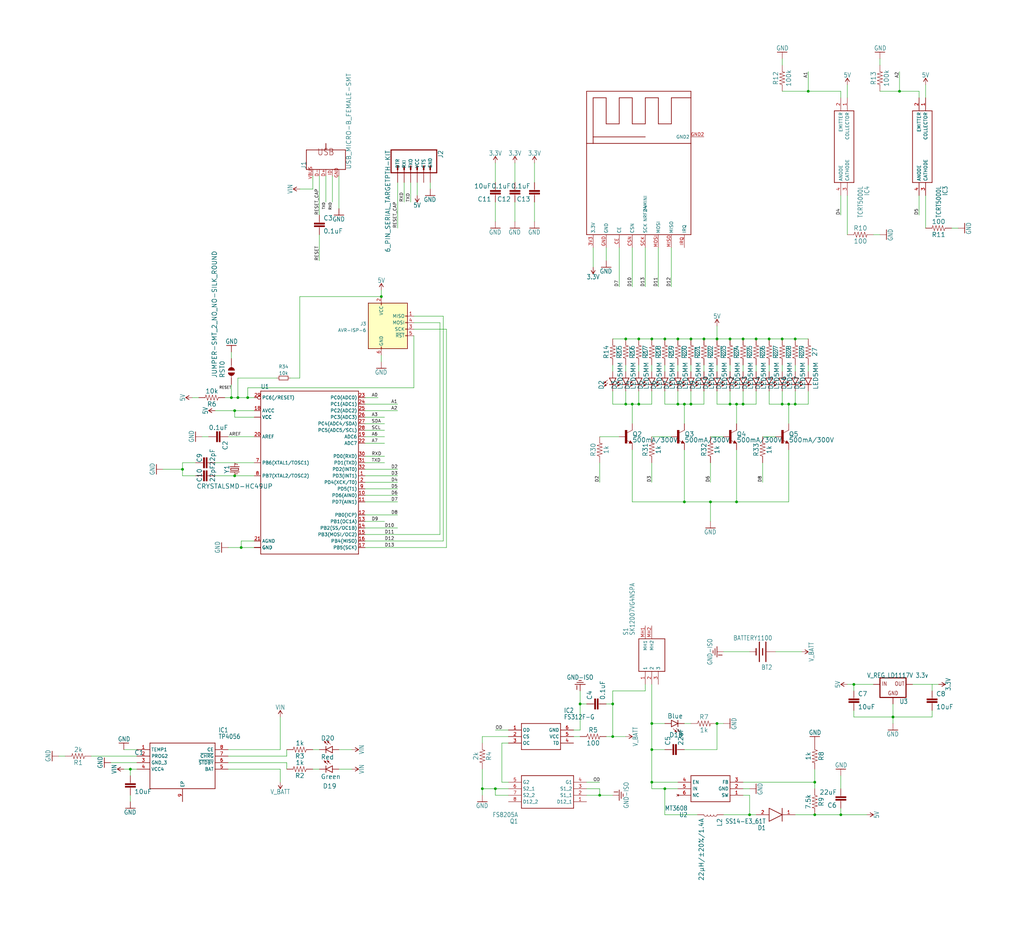
<source format=kicad_sch>
(kicad_sch (version 20211123) (generator eeschema)
  (paper "User" 399.059 363.677)
  (junction (at 279.4 132.08))
  (junction (at 233.68 309.88))
  (junction (at 350.52 35.56))
  (junction (at 269.24 157.48))
  (junction (at 266.7 157.48))
  (junction (at 264.16 157.48))
  (junction (at 254 292.1))
  (junction (at 274.32 132.08))
  (junction (at 187.96 307.34))
  (junction (at 304.8 157.48))
  (junction (at 246.38 157.48))
  (junction (at 309.88 132.08))
  (junction (at 284.48 132.08))
  (junction (at 193.04 307.34))
  (junction (at 254 304.8))
  (junction (at 238.76 287.02))
  (junction (at 304.8 132.08))
  (junction (at 309.88 157.48))
  (junction (at 314.96 35.56))
  (junction (at 238.76 274.32))
  (junction (at 294.64 132.08))
  (junction (at 91.44 185.42))
  (junction (at 327.66 317.5))
  (junction (at 248.92 132.08))
  (junction (at 299.72 132.08))
  (junction (at 243.84 132.08))
  (junction (at 266.7 195.58))
  (junction (at 317.5 304.8))
  (junction (at 93.98 213.36))
  (junction (at 264.16 132.08))
  (junction (at 259.08 307.34))
  (junction (at 254 132.08))
  (junction (at 279.4 281.94))
  (junction (at 292.1 317.5))
  (junction (at 287.02 157.48))
  (junction (at 96.52 154.94))
  (junction (at 254 281.94))
  (junction (at 50.8 299.72))
  (junction (at 90.17 154.94))
  (junction (at 71.12 182.88))
  (junction (at 148.59 115.57))
  (junction (at 248.92 157.48))
  (junction (at 332.74 266.7))
  (junction (at 226.06 274.32))
  (junction (at 284.48 157.48))
  (junction (at 276.86 195.58))
  (junction (at 289.56 157.48))
  (junction (at 91.44 160.02))
  (junction (at 317.5 317.5))
  (junction (at 259.08 132.08))
  (junction (at 287.02 195.58))
  (junction (at 307.34 157.48))
  (junction (at 347.98 279.4))
  (junction (at 243.84 157.48))
  (junction (at 289.56 132.08))
  (junction (at 92.71 154.94))
  (junction (at 269.24 132.08))
  (wire (pts (xy 314.96 142.24) (xy 314.96 144.78)))
  (wire (pts (xy 90.17 154.94) (xy 90.17 149.86)))
  (wire (pts (xy 274.32 142.24) (xy 274.32 144.78)))
  (wire (pts (xy 332.74 279.4) (xy 347.98 279.4)))
  (wire (pts (xy 236.22 96.52) (xy 236.22 101.6)))
  (wire (pts (xy 269.24 142.24) (xy 269.24 144.78)))
  (wire (pts (xy 279.4 152.4) (xy 279.4 157.48)))
  (wire (pts (xy 327.66 317.5) (xy 337.82 317.5)))
  (wire (pts (xy 193.04 307.34) (xy 193.04 309.88)))
  (wire (pts (xy 160.02 71.12) (xy 160.02 78.74)))
  (wire (pts (xy 76.2 180.34) (xy 71.12 180.34)))
  (wire (pts (xy 99.06 185.42) (xy 91.44 185.42)))
  (wire (pts (xy 254 142.24) (xy 254 144.78)))
  (wire (pts (xy 50.8 312.42) (xy 50.8 309.88)))
  (wire (pts (xy 116.84 115.57) (xy 116.84 147.32)))
  (wire (pts (xy 53.34 294.64) (xy 35.56 294.64)))
  (wire (pts (xy 254 180.34) (xy 254 187.96)))
  (wire (pts (xy 233.68 170.18) (xy 241.3 170.18)))
  (wire (pts (xy 304.8 132.08) (xy 309.88 132.08)))
  (wire (pts (xy 238.76 142.24) (xy 238.76 144.78)))
  (wire (pts (xy 127 68.58) (xy 127 78.74)))
  (wire (pts (xy 121.92 68.58) (xy 121.92 73.66)))
  (wire (pts (xy 269.24 157.48) (xy 274.32 157.48)))
  (wire (pts (xy 109.22 279.4) (xy 109.22 292.1)))
  (wire (pts (xy 238.76 269.24) (xy 238.76 274.32)))
  (wire (pts (xy 287.02 157.48) (xy 287.02 165.1)))
  (wire (pts (xy 289.56 307.34) (xy 292.1 307.34)))
  (wire (pts (xy 327.66 35.56) (xy 314.96 35.56)))
  (wire (pts (xy 71.12 180.34) (xy 71.12 182.88)))
  (wire (pts (xy 309.88 157.48) (xy 314.96 157.48)))
  (wire (pts (xy 111.76 297.18) (xy 111.76 299.72)))
  (wire (pts (xy 236.22 287.02) (xy 238.76 287.02)))
  (wire (pts (xy 142.24 187.96) (xy 154.94 187.96)))
  (wire (pts (xy 314.96 35.56) (xy 314.96 27.94)))
  (wire (pts (xy 254 304.8) (xy 254 307.34)))
  (wire (pts (xy 259.08 281.94) (xy 254 281.94)))
  (wire (pts (xy 148.59 138.43) (xy 148.59 140.97)))
  (wire (pts (xy 292.1 317.5) (xy 294.64 317.5)))
  (wire (pts (xy 297.18 170.18) (xy 302.26 170.18)))
  (wire (pts (xy 142.24 160.02) (xy 154.94 160.02)))
  (wire (pts (xy 238.76 132.08) (xy 243.84 132.08)))
  (wire (pts (xy 161.29 125.73) (xy 171.45 125.73)))
  (wire (pts (xy 327.66 302.26) (xy 327.66 307.34)))
  (wire (pts (xy 264.16 304.8) (xy 254 304.8)))
  (wire (pts (xy 226.06 274.32) (xy 226.06 284.48)))
  (wire (pts (xy 226.06 274.32) (xy 228.6 274.32)))
  (wire (pts (xy 246.38 96.52) (xy 246.38 111.76)))
  (wire (pts (xy 200.66 71.12) (xy 200.66 63.5)))
  (wire (pts (xy 266.7 157.48) (xy 266.7 165.1)))
  (wire (pts (xy 259.08 132.08) (xy 264.16 132.08)))
  (wire (pts (xy 294.64 144.78) (xy 294.64 142.24)))
  (wire (pts (xy 358.14 76.2) (xy 358.14 83.82)))
  (wire (pts (xy 121.92 299.72) (xy 124.46 299.72)))
  (wire (pts (xy 137.16 292.1) (xy 132.08 292.1)))
  (wire (pts (xy 309.88 132.08) (xy 314.96 132.08)))
  (wire (pts (xy 264.16 132.08) (xy 269.24 132.08)))
  (wire (pts (xy 231.14 96.52) (xy 231.14 104.14)))
  (wire (pts (xy 193.04 309.88) (xy 198.12 309.88)))
  (wire (pts (xy 148.59 115.57) (xy 116.84 115.57)))
  (wire (pts (xy 304.8 22.86) (xy 304.8 25.4)))
  (wire (pts (xy 172.72 123.19) (xy 172.72 210.82)))
  (wire (pts (xy 142.24 210.82) (xy 172.72 210.82)))
  (wire (pts (xy 355.6 266.7) (xy 363.22 266.7)))
  (wire (pts (xy 161.29 128.27) (xy 173.99 128.27)))
  (wire (pts (xy 266.7 175.26) (xy 266.7 195.58)))
  (wire (pts (xy 269.24 157.48) (xy 269.24 152.4)))
  (wire (pts (xy 289.56 132.08) (xy 294.64 132.08)))
  (wire (pts (xy 304.8 142.24) (xy 304.8 144.78)))
  (wire (pts (xy 90.17 137.16) (xy 90.17 139.7)))
  (wire (pts (xy 347.98 274.32) (xy 347.98 279.4)))
  (wire (pts (xy 289.56 152.4) (xy 289.56 157.48)))
  (wire (pts (xy 91.44 160.02) (xy 99.06 160.02)))
  (wire (pts (xy 88.9 213.36) (xy 93.98 213.36)))
  (wire (pts (xy 132.08 68.58) (xy 132.08 81.28)))
  (wire (pts (xy 99.06 210.82) (xy 93.98 210.82)))
  (wire (pts (xy 246.38 157.48) (xy 246.38 165.1)))
  (wire (pts (xy 154.94 182.88) (xy 142.24 182.88)))
  (wire (pts (xy 154.94 195.58) (xy 142.24 195.58)))
  (wire (pts (xy 251.46 96.52) (xy 251.46 111.76)))
  (wire (pts (xy 142.24 208.28) (xy 171.45 208.28)))
  (wire (pts (xy 289.56 157.48) (xy 294.64 157.48)))
  (wire (pts (xy 50.8 302.26) (xy 50.8 299.72)))
  (wire (pts (xy 358.14 35.56) (xy 350.52 35.56)))
  (wire (pts (xy 358.14 38.1) (xy 358.14 35.56)))
  (wire (pts (xy 347.98 279.4) (xy 347.98 281.94)))
  (wire (pts (xy 279.4 281.94) (xy 279.4 292.1)))
  (wire (pts (xy 302.26 254) (xy 312.42 254)))
  (wire (pts (xy 299.72 144.78) (xy 299.72 142.24)))
  (wire (pts (xy 284.48 142.24) (xy 284.48 144.78)))
  (wire (pts (xy 264.16 157.48) (xy 264.16 152.4)))
  (wire (pts (xy 208.28 71.12) (xy 208.28 63.5)))
  (wire (pts (xy 254 292.1) (xy 254 304.8)))
  (wire (pts (xy 332.74 266.7) (xy 330.2 266.7)))
  (wire (pts (xy 124.46 83.82) (xy 124.46 68.58)))
  (wire (pts (xy 200.66 78.74) (xy 200.66 86.36)))
  (wire (pts (xy 327.66 314.96) (xy 327.66 317.5)))
  (wire (pts (xy 243.84 157.48) (xy 246.38 157.48)))
  (wire (pts (xy 287.02 175.26) (xy 287.02 195.58)))
  (wire (pts (xy 340.36 266.7) (xy 332.74 266.7)))
  (wire (pts (xy 248.92 157.48) (xy 254 157.48)))
  (wire (pts (xy 259.08 307.34) (xy 264.16 307.34)))
  (wire (pts (xy 309.88 157.48) (xy 309.88 152.4)))
  (wire (pts (xy 269.24 132.08) (xy 274.32 132.08)))
  (wire (pts (xy 297.18 180.34) (xy 297.18 187.96)))
  (wire (pts (xy 304.8 157.48) (xy 304.8 152.4)))
  (wire (pts (xy 347.98 279.4) (xy 363.22 279.4)))
  (wire (pts (xy 81.28 170.18) (xy 78.74 170.18)))
  (wire (pts (xy 314.96 157.48) (xy 314.96 152.4)))
  (wire (pts (xy 279.4 132.08) (xy 284.48 132.08)))
  (wire (pts (xy 264.16 142.24) (xy 264.16 144.78)))
  (wire (pts (xy 299.72 152.4) (xy 299.72 157.48)))
  (wire (pts (xy 243.84 157.48) (xy 243.84 152.4)))
  (wire (pts (xy 299.72 157.48) (xy 304.8 157.48)))
  (wire (pts (xy 317.5 317.5) (xy 327.66 317.5)))
  (wire (pts (xy 259.08 292.1) (xy 254 292.1)))
  (wire (pts (xy 90.17 154.94) (xy 92.71 154.94)))
  (wire (pts (xy 91.44 180.34) (xy 99.06 180.34)))
  (wire (pts (xy 142.24 172.72) (xy 149.86 172.72)))
  (wire (pts (xy 365.76 266.7) (xy 363.22 266.7)))
  (wire (pts (xy 269.24 281.94) (xy 266.7 281.94)))
  (wire (pts (xy 121.92 292.1) (xy 124.46 292.1)))
  (wire (pts (xy 154.94 200.66) (xy 142.24 200.66)))
  (wire (pts (xy 248.92 157.48) (xy 248.92 152.4)))
  (wire (pts (xy 327.66 76.2) (xy 327.66 83.82)))
  (wire (pts (xy 314.96 35.56) (xy 304.8 35.56)))
  (wire (pts (xy 236.22 274.32) (xy 238.76 274.32)))
  (wire (pts (xy 254 170.18) (xy 261.62 170.18)))
  (wire (pts (xy 238.76 274.32) (xy 238.76 287.02)))
  (wire (pts (xy 256.54 96.52) (xy 256.54 111.76)))
  (wire (pts (xy 193.04 78.74) (xy 193.04 86.36)))
  (wire (pts (xy 266.7 195.58) (xy 246.38 195.58)))
  (wire (pts (xy 83.82 180.34) (xy 91.44 180.34)))
  (wire (pts (xy 107.95 147.32) (xy 92.71 147.32)))
  (wire (pts (xy 91.44 160.02) (xy 91.44 162.56)))
  (wire (pts (xy 238.76 157.48) (xy 243.84 157.48)))
  (wire (pts (xy 360.68 38.1) (xy 360.68 33.02)))
  (wire (pts (xy 226.06 284.48) (xy 223.52 284.48)))
  (wire (pts (xy 187.96 287.02) (xy 187.96 289.56)))
  (wire (pts (xy 254 157.48) (xy 254 152.4)))
  (wire (pts (xy 332.74 266.7) (xy 332.74 269.24)))
  (wire (pts (xy 228.6 304.8) (xy 233.68 304.8)))
  (wire (pts (xy 92.71 147.32) (xy 92.71 154.94)))
  (wire (pts (xy 157.48 71.12) (xy 157.48 78.74)))
  (wire (pts (xy 129.54 78.74) (xy 129.54 68.58)))
  (wire (pts (xy 332.74 276.86) (xy 332.74 279.4)))
  (wire (pts (xy 248.92 132.08) (xy 243.84 132.08)))
  (wire (pts (xy 287.02 195.58) (xy 276.86 195.58)))
  (wire (pts (xy 266.7 292.1) (xy 279.4 292.1)))
  (wire (pts (xy 259.08 157.48) (xy 264.16 157.48)))
  (wire (pts (xy 93.98 210.82) (xy 93.98 213.36)))
  (wire (pts (xy 259.08 152.4) (xy 259.08 157.48)))
  (wire (pts (xy 154.94 71.12) (xy 154.94 88.9)))
  (wire (pts (xy 243.84 142.24) (xy 243.84 144.78)))
  (wire (pts (xy 228.6 307.34) (xy 233.68 307.34)))
  (wire (pts (xy 148.59 113.03) (xy 148.59 115.57)))
  (wire (pts (xy 124.46 91.44) (xy 124.46 101.6)))
  (wire (pts (xy 248.92 142.24) (xy 248.92 144.78)))
  (wire (pts (xy 187.96 307.34) (xy 187.96 299.72)))
  (wire (pts (xy 276.86 195.58) (xy 266.7 195.58)))
  (wire (pts (xy 233.68 309.88) (xy 238.76 309.88)))
  (wire (pts (xy 116.84 73.66) (xy 121.92 73.66)))
  (wire (pts (xy 248.92 132.08) (xy 254 132.08)))
  (wire (pts (xy 53.34 297.18) (xy 43.18 297.18)))
  (wire (pts (xy 307.34 175.26) (xy 307.34 195.58)))
  (wire (pts (xy 193.04 71.12) (xy 193.04 63.5)))
  (wire (pts (xy 279.4 132.08) (xy 274.32 132.08)))
  (wire (pts (xy 195.58 304.8) (xy 198.12 304.8)))
  (wire (pts (xy 142.24 213.36) (xy 173.99 213.36)))
  (wire (pts (xy 264.16 157.48) (xy 266.7 157.48)))
  (wire (pts (xy 161.29 130.81) (xy 161.29 151.13)))
  (wire (pts (xy 91.44 160.02) (xy 83.82 160.02)))
  (wire (pts (xy 327.66 38.1) (xy 327.66 35.56)))
  (wire (pts (xy 91.44 162.56) (xy 99.06 162.56)))
  (wire (pts (xy 208.28 78.74) (xy 208.28 86.36)))
  (wire (pts (xy 363.22 279.4) (xy 363.22 276.86)))
  (wire (pts (xy 307.34 157.48) (xy 307.34 165.1)))
  (wire (pts (xy 198.12 307.34) (xy 193.04 307.34)))
  (wire (pts (xy 147.32 154.94) (xy 142.24 154.94)))
  (wire (pts (xy 93.98 213.36) (xy 99.06 213.36)))
  (wire (pts (xy 154.94 157.48) (xy 142.24 157.48)))
  (wire (pts (xy 233.68 307.34) (xy 233.68 309.88)))
  (wire (pts (xy 259.08 317.5) (xy 271.78 317.5)))
  (wire (pts (xy 171.45 125.73) (xy 171.45 208.28)))
  (wire (pts (xy 342.9 22.86) (xy 342.9 25.4)))
  (wire (pts (xy 25.4 294.64) (xy 22.86 294.64)))
  (wire (pts (xy 53.34 292.1) (xy 48.26 292.1)))
  (wire (pts (xy 50.8 299.72) (xy 48.26 299.72)))
  (wire (pts (xy 142.24 167.64) (xy 149.86 167.64)))
  (wire (pts (xy 360.68 76.2) (xy 360.68 88.9)))
  (wire (pts (xy 309.88 317.5) (xy 317.5 317.5)))
  (wire (pts (xy 276.86 170.18) (xy 281.94 170.18)))
  (wire (pts (xy 279.4 157.48) (xy 284.48 157.48)))
  (wire (pts (xy 77.47 154.94) (xy 74.93 154.94)))
  (wire (pts (xy 238.76 287.02) (xy 243.84 287.02)))
  (wire (pts (xy 276.86 180.34) (xy 276.86 187.96)))
  (wire (pts (xy 363.22 266.7) (xy 363.22 269.24)))
  (wire (pts (xy 259.08 307.34) (xy 259.08 317.5)))
  (wire (pts (xy 193.04 307.34) (xy 187.96 307.34)))
  (wire (pts (xy 198.12 284.48) (xy 193.04 284.48)))
  (wire (pts (xy 173.99 128.27) (xy 173.99 213.36)))
  (wire (pts (xy 284.48 132.08) (xy 289.56 132.08)))
  (wire (pts (xy 299.72 132.08) (xy 304.8 132.08)))
  (wire (pts (xy 350.52 35.56) (xy 350.52 27.94)))
  (wire (pts (xy 154.94 205.74) (xy 142.24 205.74)))
  (wire (pts (xy 307.34 157.48) (xy 309.88 157.48)))
  (wire (pts (xy 284.48 157.48) (xy 284.48 152.4)))
  (wire (pts (xy 154.94 190.5) (xy 142.24 190.5)))
  (wire (pts (xy 254 281.94) (xy 254 292.1)))
  (wire (pts (xy 142.24 165.1) (xy 149.86 165.1)))
  (wire (pts (xy 238.76 152.4) (xy 238.76 157.48)))
  (wire (pts (xy 109.22 292.1) (xy 88.9 292.1)))
  (wire (pts (xy 254 266.7) (xy 254 281.94)))
  (wire (pts (xy 294.64 152.4) (xy 294.64 157.48)))
  (wire (pts (xy 287.02 157.48) (xy 289.56 157.48)))
  (wire (pts (xy 53.34 299.72) (xy 50.8 299.72)))
  (wire (pts (xy 317.5 304.8) (xy 317.5 299.72)))
  (wire (pts (xy 294.64 132.08) (xy 299.72 132.08)))
  (wire (pts (xy 142.24 170.18) (xy 149.86 170.18)))
  (wire (pts (xy 274.32 157.48) (xy 274.32 152.4)))
  (wire (pts (xy 162.56 71.12) (xy 162.56 76.2)))
  (wire (pts (xy 251.46 269.24) (xy 251.46 266.7)))
  (wire (pts (xy 96.52 151.13) (xy 161.29 151.13)))
  (wire (pts (xy 292.1 254) (xy 281.94 254)))
  (wire (pts (xy 149.86 180.34) (xy 142.24 180.34)))
  (wire (pts (xy 88.9 170.18) (xy 99.06 170.18)))
  (wire (pts (xy 307.34 195.58) (xy 287.02 195.58)))
  (wire (pts (xy 259.08 142.24) (xy 259.08 144.78)))
  (wire (pts (xy 92.71 154.94) (xy 96.52 154.94)))
  (wire (pts (xy 149.86 203.2) (xy 142.24 203.2)))
  (wire (pts (xy 246.38 157.48) (xy 248.92 157.48)))
  (wire (pts (xy 309.88 142.24) (xy 309.88 144.78)))
  (wire (pts (xy 292.1 317.5) (xy 292.1 309.88)))
  (wire (pts (xy 109.22 299.72) (xy 109.22 304.8)))
  (wire (pts (xy 370.84 88.9) (xy 373.38 88.9)))
  (wire (pts (xy 88.9 297.18) (xy 111.76 297.18)))
  (wire (pts (xy 161.29 123.19) (xy 172.72 123.19)))
  (wire (pts (xy 142.24 193.04) (xy 154.94 193.04)))
  (wire (pts (xy 276.86 195.58) (xy 276.86 203.2)))
  (wire (pts (xy 279.4 281.94) (xy 281.94 281.94)))
  (wire (pts (xy 116.84 147.32) (xy 113.03 147.32)))
  (wire (pts (xy 142.24 162.56) (xy 149.86 162.56)))
  (wire (pts (xy 96.52 151.13) (xy 96.52 154.94)))
  (wire (pts (xy 233.68 180.34) (xy 233.68 187.96)))
  (wire (pts (xy 226.06 269.24) (xy 226.06 274.32)))
  (wire (pts (xy 330.2 76.2) (xy 330.2 91.44)))
  (wire (pts (xy 340.36 91.44) (xy 342.9 91.44)))
  (wire (pts (xy 292.1 309.88) (xy 289.56 309.88)))
  (wire (pts (xy 187.96 309.88) (xy 187.96 307.34)))
  (wire (pts (xy 238.76 269.24) (xy 251.46 269.24)))
  (wire (pts (xy 281.94 317.5) (xy 292.1 317.5)))
  (wire (pts (xy 246.38 175.26) (xy 246.38 195.58)))
  (wire (pts (xy 254 132.08) (xy 259.08 132.08)))
  (wire (pts (xy 317.5 304.8) (xy 317.5 307.34)))
  (wire (pts (xy 254 307.34) (xy 259.08 307.34)))
  (wire (pts (xy 279.4 142.24) (xy 279.4 144.78)))
  (wire (pts (xy 330.2 38.1) (xy 330.2 33.02)))
  (wire (pts (xy 71.12 182.88) (xy 71.12 185.42)))
  (wire (pts (xy 279.4 132.08) (xy 279.4 127)))
  (wire (pts (xy 289.56 304.8) (xy 317.5 304.8)))
  (wire (pts (xy 198.12 289.56) (xy 195.58 289.56)))
  (wire (pts (xy 304.8 157.48) (xy 307.34 157.48)))
  (wire (pts (xy 228.6 309.88) (xy 233.68 309.88)))
  (wire (pts (xy 91.44 185.42) (xy 83.82 185.42)))
  (wire (pts (xy 289.56 144.78) (xy 289.56 142.24)))
  (wire (pts (xy 195.58 289.56) (xy 195.58 304.8)))
  (wire (pts (xy 96.52 154.94) (xy 99.06 154.94)))
  (wire (pts (xy 137.16 299.72) (xy 132.08 299.72)))
  (wire (pts (xy 88.9 294.64) (xy 111.76 294.64)))
  (wire (pts (xy 142.24 185.42) (xy 154.94 185.42)))
  (wire (pts (xy 71.12 182.88) (xy 63.5 182.88)))
  (wire (pts (xy 284.48 157.48) (xy 287.02 157.48)))
  (wire (pts (xy 261.62 96.52) (xy 261.62 111.76)))
  (wire (pts (xy 87.63 154.94) (xy 90.17 154.94)))
  (wire (pts (xy 167.64 71.12) (xy 167.64 73.66)))
  (wire (pts (xy 241.3 96.52) (xy 241.3 111.76)))
  (wire (pts (xy 350.52 35.56) (xy 342.9 35.56)))
  (wire (pts (xy 223.52 287.02) (xy 226.06 287.02)))
  (wire (pts (xy 198.12 287.02) (xy 187.96 287.02)))
  (wire (pts (xy 142.24 177.8) (xy 149.86 177.8)))
  (wire (pts (xy 111.76 294.64) (xy 111.76 292.1)))
  (wire (pts (xy 71.12 185.42) (xy 76.2 185.42)))
  (wire (pts (xy 88.9 299.72) (xy 109.22 299.72)))
  (wire (pts (xy 266.7 157.48) (xy 269.24 157.48)))
  (label "RESET" (at 124.46 101.6 90) (effects (font (size 1.2446 1.2446))))
  (label "D13" (at 149.86 213.36 0) (effects (font (size 1.2446 1.2446))))
  (label "D6" (at 152.4 193.04 0) (effects (font (size 1.2446 1.2446))))
  (label "D2" (at 152.4 182.88 0) (effects (font (size 1.2446 1.2446))))
  (label "A3" (at 144.78 162.56 0) (effects (font (size 1.2446 1.2446))))
  (label "SCL" (at 144.78 167.64 0) (effects (font (size 1.2446 1.2446))))
  (label "D13" (at 251.46 111.76 90) (effects (font (size 1.2446 1.2446))))
  (label "D10" (at 149.86 205.74 0) (effects (font (size 1.2446 1.2446))))
  (label "D6" (at 276.86 187.96 90) (effects (font (size 1.2446 1.2446))))
  (label "A2" (at 152.4 160.02 0) (effects (font (size 1.2446 1.2446))))
  (label "D3" (at 152.4 185.42 0) (effects (font (size 1.2446 1.2446))))
  (label "D11" (at 256.54 111.76 90) (effects (font (size 1.2446 1.2446))))
  (label "RXD" (at 144.78 177.8 0) (effects (font (size 1.2446 1.2446))))
  (label "A2" (at 350.52 27.94 270) (effects (font (size 1.2446 1.2446))))
  (label "OD" (at 193.04 284.48 0) (effects (font (size 1.2446 1.2446))))
  (label "D11" (at 149.86 208.28 0) (effects (font (size 1.2446 1.2446))))
  (label "D3" (at 254 187.96 90) (effects (font (size 1.2446 1.2446))))
  (label "RESET_CAP" (at 124.46 83.82 90) (effects (font (size 1.2446 1.2446))))
  (label "TXD" (at 160.02 78.74 90) (effects (font (size 1.2446 1.2446))))
  (label "D9" (at 144.78 203.2 0) (effects (font (size 1.2446 1.2446))))
  (label "D2" (at 233.68 187.96 90) (effects (font (size 1.2446 1.2446))))
  (label "D4" (at 327.66 83.82 90) (effects (font (size 1.2446 1.2446))))
  (label "D12" (at 261.62 111.76 90) (effects (font (size 1.2446 1.2446))))
  (label "D8" (at 152.4 200.66 0) (effects (font (size 1.2446 1.2446))))
  (label "D5" (at 152.4 190.5 0) (effects (font (size 1.2446 1.2446))))
  (label "D4" (at 152.4 187.96 0) (effects (font (size 1.2446 1.2446))))
  (label "RXD" (at 157.48 78.74 90) (effects (font (size 1.2446 1.2446))))
  (label "RESET" (at 90.17 151.8424 180) (effects (font (size 1.016 1.016))))
  (label "A0" (at 144.78 154.94 0) (effects (font (size 1.2446 1.2446))))
  (label "A6" (at 144.78 170.18 0) (effects (font (size 1.2446 1.2446))))
  (label "D7" (at 152.4 195.58 0) (effects (font (size 1.2446 1.2446))))
  (label "D10" (at 246.38 111.76 90) (effects (font (size 1.2446 1.2446))))
  (label "A1" (at 152.4 157.48 0) (effects (font (size 1.2446 1.2446))))
  (label "AREF" (at 93.98 170.18 180) (effects (font (size 1.2446 1.2446))))
  (label "TXD" (at 127 78.74 270) (effects (font (size 0.9957 0.9957))))
  (label "RXD" (at 129.54 78.74 270) (effects (font (size 0.9957 0.9957))))
  (label "SDA" (at 144.78 165.1 0) (effects (font (size 1.2446 1.2446))))
  (label "D8" (at 297.18 187.96 90) (effects (font (size 1.2446 1.2446))))
  (label "D12" (at 149.86 210.82 0) (effects (font (size 1.2446 1.2446))))
  (label "RESET_CAP" (at 154.94 88.9 90) (effects (font (size 1.2446 1.2446))))
  (label "A7" (at 144.78 172.72 0) (effects (font (size 1.2446 1.2446))))
  (label "D7" (at 241.3 111.76 90) (effects (font (size 1.2446 1.2446))))
  (label "A1" (at 314.96 27.94 270) (effects (font (size 1.2446 1.2446))))
  (label "OD" (at 231.14 304.8 0) (effects (font (size 1.2446 1.2446))))
  (label "TXD" (at 144.78 180.34 0) (effects (font (size 1.2446 1.2446))))
  (label "D5" (at 358.14 83.82 90) (effects (font (size 1.2446 1.2446))))
  (symbol (lib_id "iO_Atletehe_rev1-eagle-import:JUMPER-SMT_2_NO_NO-SILK_ROUND") (at 90.17 144.78 90) (unit 1)
    (property "Reference" "RST0" (at 87.63 147.32 0) (effects (font (size 1.778 1.778)) (justify left bottom)))
    (property "Value" "JUMPER-SMT_2_NO_NO-SILK_ROUND" (at 82.55 147.32 0) (effects (font (size 1.778 1.778)) (justify left top)))
    (property "Footprint" "iO_Atletehe_rev1:SMT-JUMPER_2_NO_NO-SILK_ROUND" (effects hide))
  )
  (symbol (lib_id "iO_Atletehe_rev1-eagle-import:27OHM-0603-1{slash}10W-1%") (at 243.84 137.16 90) (unit 1)
    (property "Reference" "R15" (at 242.316 137.16 0) (effects (font (size 1.778 1.778)) (justify bottom)))
    (property "Value" "27" (at 245.364 137.16 0) (effects (font (size 1.778 1.778)) (justify top)))
    (property "Footprint" "iO_Atletehe_rev1:0603" (effects hide))
  )
  (symbol (lib_id "iO_Atletehe_rev1-eagle-import:27OHM-0603-1{slash}10W-1%") (at 238.76 137.16 90) (unit 1)
    (property "Reference" "R14" (at 237.236 137.16 0) (effects (font (size 1.778 1.778)) (justify bottom)))
    (property "Value" "27" (at 240.284 137.16 0) (effects (font (size 1.778 1.778)) (justify top)))
    (property "Footprint" "iO_Atletehe_rev1:0603" (effects hide))
  )
  (symbol (lib_id "iO_Atletehe_rev1-eagle-import:27OHM-0603-1{slash}10W-1%") (at 284.48 137.16 90) (unit 1)
    (property "Reference" "R23" (at 282.956 137.16 0) (effects (font (size 1.778 1.778)) (justify bottom)))
    (property "Value" "27" (at 286.004 137.16 0) (effects (font (size 1.778 1.778)) (justify top)))
    (property "Footprint" "iO_Atletehe_rev1:0603" (effects hide))
  )
  (symbol (lib_id "iO_Atletehe_rev1-eagle-import:GND") (at 40.64 297.18 270) (unit 1)
    (property "Reference" "#GND02" (effects hide))
    (property "Value" "GND" (at 38.1 294.64 0) (effects (font (size 1.778 1.5113)) (justify left bottom)))
    (property "Footprint" "iO_Atletehe_rev1:" (effects hide))
  )
  (symbol (lib_id "iO_Atletehe_rev1-eagle-import:GND") (at 208.28 88.9 0) (unit 1)
    (property "Reference" "#GND020" (effects hide))
    (property "Value" "GND" (at 205.74 91.44 0) (effects (font (size 1.778 1.5113)) (justify left bottom)))
    (property "Footprint" "iO_Atletehe_rev1:" (effects hide))
  )
  (symbol (lib_id "iO_Atletehe_rev1-eagle-import:GND") (at 327.66 299.72 180) (unit 1)
    (property "Reference" "#GND014" (effects hide))
    (property "Value" "GND" (at 330.2 297.18 0) (effects (font (size 1.778 1.5113)) (justify left bottom)))
    (property "Footprint" "iO_Atletehe_rev1:" (effects hide))
  )
  (symbol (lib_id "iO_Atletehe_rev1-eagle-import:0.1UF-0603-25V-5%") (at 208.28 73.66 180) (unit 1)
    (property "Reference" "C13" (at 206.756 76.581 0) (effects (font (size 1.778 1.778)) (justify left bottom)))
    (property "Value" "0.1uF" (at 206.756 71.501 0) (effects (font (size 1.778 1.778)) (justify left bottom)))
    (property "Footprint" "iO_Atletehe_rev1:0603" (effects hide))
  )
  (symbol (lib_id "iO_Atletehe_rev1-eagle-import:LED5MM") (at 269.24 147.32 0) (unit 1)
    (property "Reference" "D8" (at 265.811 151.892 90) (effects (font (size 1.778 1.778)) (justify left bottom)))
    (property "Value" "LED5MM" (at 271.145 151.892 90) (effects (font (size 1.778 1.778)) (justify left top)))
    (property "Footprint" "iO_Atletehe_rev1:LED_5MM" (effects hide))
  )
  (symbol (lib_id "iO_Atletehe_rev1-eagle-import:TRANS_NPN-MMBTA42") (at 304.8 170.18 0) (unit 1)
    (property "Reference" "Q5" (at 307.34 170.18 0) (effects (font (size 1.778 1.778)) (justify left bottom)))
    (property "Value" "500mA/300V" (at 307.34 172.466 0) (effects (font (size 1.778 1.778)) (justify left bottom)))
    (property "Footprint" "iO_Atletehe_rev1:SOT23-3" (effects hide))
  )
  (symbol (lib_id "iO_Atletehe_rev1-eagle-import:GND") (at 347.98 284.48 0) (unit 1)
    (property "Reference" "#GND015" (effects hide))
    (property "Value" "GND" (at 345.44 287.02 0) (effects (font (size 1.778 1.5113)) (justify left bottom)))
    (property "Footprint" "iO_Atletehe_rev1:" (effects hide))
  )
  (symbol (lib_id "iO_Atletehe_rev1-eagle-import:27OHM-0603-1{slash}10W-1%") (at 304.8 137.16 90) (unit 1)
    (property "Reference" "R27" (at 303.276 137.16 0) (effects (font (size 1.778 1.778)) (justify bottom)))
    (property "Value" "27" (at 306.324 137.16 0) (effects (font (size 1.778 1.778)) (justify top)))
    (property "Footprint" "iO_Atletehe_rev1:0603" (effects hide))
  )
  (symbol (lib_id "iO_Atletehe_rev1-eagle-import:USB_MICRO-B_FEMALE-SMT") (at 127 63.5 90) (unit 1)
    (property "Reference" "J1" (at 119.38 66.04 0) (effects (font (size 1.778 1.778)) (justify left bottom)))
    (property "Value" "USB_MICRO-B_FEMALE-SMT" (at 134.874 66.04 0) (effects (font (size 1.778 1.778)) (justify left top)))
    (property "Footprint" "iO_Atletehe_rev1:USB-B-MICRO-SMD" (effects hide))
  )
  (symbol (lib_id "iO_Atletehe_rev1-eagle-import:VIN") (at 137.16 299.72 270) (unit 1)
    (property "Reference" "#SUPPLY08" (effects hide))
    (property "Value" "VIN" (at 139.954 299.72 0) (effects (font (size 1.778 1.5113)) (justify bottom)))
    (property "Footprint" "iO_Atletehe_rev1:" (effects hide))
  )
  (symbol (lib_id "iO_Atletehe_rev1-eagle-import:LED0603") (at 261.62 281.94 90) (unit 1)
    (property "Reference" "D18" (at 266.192 285.369 90) (effects (font (size 1.778 1.778)) (justify left bottom)))
    (property "Value" "Blue" (at 266.192 280.035 90) (effects (font (size 1.778 1.778)) (justify left top)))
    (property "Footprint" "iO_Atletehe_rev1:LED-0603" (effects hide))
  )
  (symbol (lib_id "Connector:AVR-ISP-6") (at 151.13 128.27 0) (unit 1)
    (property "Reference" "J3" (at 142.7481 126.1653 0) (effects (justify right)))
    (property "Value" "AVR-ISP-6" (at 142.7481 128.7022 0) (effects (justify right)))
    (property "Footprint" "kicad_footprints_sb:AVR-ISP" (effects hide))
    (property "Datasheet" " ~" (effects hide))
  )
  (symbol (lib_id "iO_Atletehe_rev1-eagle-import:VIN") (at 137.16 292.1 270) (unit 1)
    (property "Reference" "#SUPPLY07" (effects hide))
    (property "Value" "VIN" (at 139.954 292.1 0) (effects (font (size 1.778 1.5113)) (justify bottom)))
    (property "Footprint" "iO_Atletehe_rev1:" (effects hide))
  )
  (symbol (lib_id "iO_Atletehe_rev1-eagle-import:10KOHM-0603-1{slash}10W-1%") (at 317.5 294.64 270) (unit 1)
    (property "Reference" "R8" (at 319.024 294.64 0) (effects (font (size 1.778 1.778)) (justify bottom)))
    (property "Value" "1k" (at 315.976 294.64 0) (effects (font (size 1.778 1.778)) (justify top)))
    (property "Footprint" "iO_Atletehe_rev1:0603" (effects hide))
  )
  (symbol (lib_id "iO_Atletehe_rev1-eagle-import:GND") (at 276.86 205.74 0) (unit 1)
    (property "Reference" "#GND021" (effects hide))
    (property "Value" "GND" (at 274.32 208.28 0) (effects (font (size 1.778 1.5113)) (justify left bottom)))
    (property "Footprint" "iO_Atletehe_rev1:" (effects hide))
  )
  (symbol (lib_id "iO_Atletehe_rev1-eagle-import:LED5MM") (at 314.96 147.32 0) (unit 1)
    (property "Reference" "D17" (at 311.531 151.892 90) (effects (font (size 1.778 1.778)) (justify left bottom)))
    (property "Value" "LED5MM" (at 316.865 151.892 90) (effects (font (size 1.778 1.778)) (justify left top)))
    (property "Footprint" "iO_Atletehe_rev1:LED_5MM" (effects hide))
  )
  (symbol (lib_id "iO_Atletehe_rev1-eagle-import:CRYSTALSMD-HC49UP") (at 91.44 182.88 90) (unit 1)
    (property "Reference" "Y1" (at 89.408 182.88 0) (effects (font (size 1.778 1.778)) (justify bottom)))
    (property "Value" "CRYSTALSMD-HC49UP" (at 91.44 190.5 90) (effects (font (size 1.778 1.778)) (justify top)))
    (property "Footprint" "iO_Atletehe_rev1:HC49UP" (effects hide))
  )
  (symbol (lib_id "iO_Atletehe_rev1-eagle-import:3.3V") (at 208.28 63.5 0) (unit 1)
    (property "Reference" "#SUPPLY018" (effects hide))
    (property "Value" "3.3V" (at 208.28 60.706 0) (effects (font (size 1.778 1.5113)) (justify bottom)))
    (property "Footprint" "iO_Atletehe_rev1:" (effects hide))
  )
  (symbol (lib_id "iO_Atletehe_rev1-eagle-import:GND") (at 148.59 143.51 0) (unit 1)
    (property "Reference" "#GND0101" (effects hide))
    (property "Value" "GND" (at 146.05 146.05 0) (effects (font (size 1.778 1.5113)) (justify left bottom)))
    (property "Footprint" "iO_Atletehe_rev1:" (effects hide))
  )
  (symbol (lib_id "iO_Atletehe_rev1-eagle-import:LED5MM") (at 274.32 147.32 0) (unit 1)
    (property "Reference" "D9" (at 270.891 151.892 90) (effects (font (size 1.778 1.778)) (justify left bottom)))
    (property "Value" "LED5MM" (at 276.225 151.892 90) (effects (font (size 1.778 1.778)) (justify left top)))
    (property "Footprint" "iO_Atletehe_rev1:LED_5MM" (effects hide))
  )
  (symbol (lib_id "iO_Atletehe_rev1-eagle-import:FS312F-G") (at 198.12 284.48 0) (unit 1)
    (property "Reference" "IC2" (at 219.71 276.86 0) (effects (font (size 1.778 1.5113)) (justify left)))
    (property "Value" "FS312F-G" (at 219.71 279.4 0) (effects (font (size 1.778 1.5113)) (justify left)))
    (property "Footprint" "iO_Atletehe_rev1:SOT95P280X145-6N" (effects hide))
  )
  (symbol (lib_id "iO_Atletehe_rev1-eagle-import:LED5MM") (at 259.08 147.32 0) (unit 1)
    (property "Reference" "D6" (at 255.651 151.892 90) (effects (font (size 1.778 1.778)) (justify left bottom)))
    (property "Value" "LED5MM" (at 260.985 151.892 90) (effects (font (size 1.778 1.778)) (justify left top)))
    (property "Footprint" "iO_Atletehe_rev1:LED_5MM" (effects hide))
  )
  (symbol (lib_id "iO_Atletehe_rev1-eagle-import:LED5MM") (at 284.48 147.32 0) (unit 1)
    (property "Reference" "D11" (at 281.051 151.892 90) (effects (font (size 1.778 1.778)) (justify left bottom)))
    (property "Value" "LED5MM" (at 286.385 151.892 90) (effects (font (size 1.778 1.778)) (justify left top)))
    (property "Footprint" "iO_Atletehe_rev1:LED_5MM" (effects hide))
  )
  (symbol (lib_id "iO_Atletehe_rev1-eagle-import:10KOHM-0603-1{slash}10W-1%") (at 82.55 154.94 180) (unit 1)
    (property "Reference" "R6" (at 82.55 156.464 0) (effects (font (size 1.778 1.778)) (justify bottom)))
    (property "Value" "10k" (at 82.55 153.416 0) (effects (font (size 1.778 1.778)) (justify top)))
    (property "Footprint" "iO_Atletehe_rev1:0603" (effects hide))
  )
  (symbol (lib_id "iO_Atletehe_rev1-eagle-import:1KOHM-0603-1{slash}10W-1%") (at 254 175.26 90) (unit 1)
    (property "Reference" "R31" (at 252.476 175.26 0) (effects (font (size 1.778 1.778)) (justify bottom)))
    (property "Value" "1k" (at 255.524 175.26 0) (effects (font (size 1.778 1.778)) (justify top)))
    (property "Footprint" "iO_Atletehe_rev1:0603" (effects hide))
  )
  (symbol (lib_id "iO_Atletehe_rev1-eagle-import:10KOHM-0603-1{slash}10W-1%") (at 317.5 312.42 270) (unit 1)
    (property "Reference" "R9" (at 319.024 312.42 0) (effects (font (size 1.778 1.778)) (justify bottom)))
    (property "Value" "7.5k" (at 315.976 312.42 0) (effects (font (size 1.778 1.778)) (justify top)))
    (property "Footprint" "iO_Atletehe_rev1:0603" (effects hide))
  )
  (symbol (lib_id "iO_Atletehe_rev1-eagle-import:10UF-0603-6.3V-20%") (at 363.22 274.32 0) (unit 1)
    (property "Reference" "C8" (at 364.744 271.399 0) (effects (font (size 1.778 1.778)) (justify left bottom)))
    (property "Value" "10uF" (at 364.744 276.479 0) (effects (font (size 1.778 1.778)) (justify left bottom)))
    (property "Footprint" "iO_Atletehe_rev1:0603" (effects hide))
  )
  (symbol (lib_id "iO_Atletehe_rev1-eagle-import:10KOHM-0603-1{slash}10W-1%") (at 304.8 30.48 90) (unit 1)
    (property "Reference" "R12" (at 303.276 30.48 0) (effects (font (size 1.778 1.778)) (justify bottom)))
    (property "Value" "100k" (at 306.324 30.48 0) (effects (font (size 1.778 1.778)) (justify top)))
    (property "Footprint" "iO_Atletehe_rev1:0603" (effects hide))
  )
  (symbol (lib_id "iO_Atletehe_rev1-eagle-import:10KOHM-0603-1{slash}10W-1%") (at 116.84 292.1 180) (unit 1)
    (property "Reference" "R3" (at 116.84 293.624 0) (effects (font (size 1.778 1.778)) (justify bottom)))
    (property "Value" "1k" (at 116.84 290.576 0) (effects (font (size 1.778 1.778)) (justify top)))
    (property "Footprint" "iO_Atletehe_rev1:0603" (effects hide))
  )
  (symbol (lib_id "iO_Atletehe_rev1-eagle-import:3.3V") (at 365.76 266.7 270) (unit 1)
    (property "Reference" "#SUPPLY014" (effects hide))
    (property "Value" "3.3V" (at 368.554 266.7 0) (effects (font (size 1.778 1.5113)) (justify bottom)))
    (property "Footprint" "iO_Atletehe_rev1:" (effects hide))
  )
  (symbol (lib_id "iO_Atletehe_rev1-eagle-import:5V") (at 279.4 127 0) (unit 1)
    (property "Reference" "#SUPPLY019" (effects hide))
    (property "Value" "5V" (at 279.4 124.206 0) (effects (font (size 1.778 1.5113)) (justify bottom)))
    (property "Footprint" "iO_Atletehe_rev1:" (effects hide))
  )
  (symbol (lib_id "iO_Atletehe_rev1-eagle-import:27OHM-0603-1{slash}10W-1%") (at 254 137.16 90) (unit 1)
    (property "Reference" "R17" (at 252.476 137.16 0) (effects (font (size 1.778 1.778)) (justify bottom)))
    (property "Value" "27" (at 255.524 137.16 0) (effects (font (size 1.778 1.778)) (justify top)))
    (property "Footprint" "iO_Atletehe_rev1:0603" (effects hide))
  )
  (symbol (lib_id "iO_Atletehe_rev1-eagle-import:10KOHM-0603-1{slash}10W-1%") (at 274.32 281.94 0) (unit 1)
    (property "Reference" "R7" (at 274.32 280.416 0) (effects (font (size 1.778 1.778)) (justify bottom)))
    (property "Value" "1k" (at 274.32 283.464 0) (effects (font (size 1.778 1.778)) (justify top)))
    (property "Footprint" "iO_Atletehe_rev1:0603" (effects hide))
  )
  (symbol (lib_id "iO_Atletehe_rev1-eagle-import:5V") (at 330.2 266.7 90) (unit 1)
    (property "Reference" "#SUPPLY013" (effects hide))
    (property "Value" "5V" (at 327.406 266.7 0) (effects (font (size 1.778 1.5113)) (justify bottom)))
    (property "Footprint" "iO_Atletehe_rev1:" (effects hide))
  )
  (symbol (lib_id "iO_Atletehe_rev1-eagle-import:5V") (at 337.82 317.5 270) (unit 1)
    (property "Reference" "#SUPPLY012" (effects hide))
    (property "Value" "5V" (at 340.614 317.5 0) (effects (font (size 1.778 1.5113)) (justify bottom)))
    (property "Footprint" "iO_Atletehe_rev1:" (effects hide))
  )
  (symbol (lib_id "iO_Atletehe_rev1-eagle-import:GND") (at 48.26 289.56 180) (unit 1)
    (property "Reference" "#GND03" (effects hide))
    (property "Value" "GND" (at 50.8 287.02 0) (effects (font (size 1.778 1.5113)) (justify left bottom)))
    (property "Footprint" "iO_Atletehe_rev1:" (effects hide))
  )
  (symbol (lib_id "iO_Atletehe_rev1-eagle-import:TRANS_NPN-MMBTA42") (at 264.16 170.18 0) (unit 1)
    (property "Reference" "Q3" (at 266.7 170.18 0) (effects (font (size 1.778 1.778)) (justify left bottom)))
    (property "Value" "500mA/300V" (at 266.7 172.466 0) (effects (font (size 1.778 1.778)) (justify left bottom)))
    (property "Footprint" "iO_Atletehe_rev1:SOT23-3" (effects hide))
  )
  (symbol (lib_id "iO_Atletehe_rev1-eagle-import:GND-ISO") (at 241.3 309.88 90) (unit 1)
    (property "Reference" "#GND-ISO03" (effects hide))
    (property "Value" "GND-ISO" (at 243.078 309.88 0) (effects (font (size 1.778 1.5113)) (justify top)))
    (property "Footprint" "iO_Atletehe_rev1:" (effects hide))
  )
  (symbol (lib_id "iO_Atletehe_rev1-eagle-import:5V") (at 83.82 160.02 90) (unit 1)
    (property "Reference" "#SUPPLY02" (effects hide))
    (property "Value" "5V" (at 81.026 160.02 0) (effects (font (size 1.778 1.5113)) (justify bottom)))
    (property "Footprint" "iO_Atletehe_rev1:" (effects hide))
  )
  (symbol (lib_id "iO_Atletehe_rev1-eagle-import:GND") (at 76.2 170.18 270) (unit 1)
    (property "Reference" "#GND09" (effects hide))
    (property "Value" "GND" (at 73.66 167.64 0) (effects (font (size 1.778 1.5113)) (justify left bottom)))
    (property "Footprint" "iO_Atletehe_rev1:" (effects hide))
  )
  (symbol (lib_id "iO_Atletehe_rev1-eagle-import:GND") (at 236.22 104.14 0) (unit 1)
    (property "Reference" "#GND016" (effects hide))
    (property "Value" "GND" (at 233.68 106.68 0) (effects (font (size 1.778 1.5113)) (justify left bottom)))
    (property "Footprint" "iO_Atletehe_rev1:" (effects hide))
  )
  (symbol (lib_id "iO_Atletehe_rev1-eagle-import:5V") (at 162.56 76.2 180) (unit 1)
    (property "Reference" "#SUPPLY04" (effects hide))
    (property "Value" "5V" (at 162.56 78.994 0) (effects (font (size 1.778 1.5113)) (justify bottom)))
    (property "Footprint" "iO_Atletehe_rev1:" (effects hide))
  )
  (symbol (lib_id "iO_Atletehe_rev1-eagle-import:GND") (at 284.48 281.94 90) (unit 1)
    (property "Reference" "#GND010" (effects hide))
    (property "Value" "GND" (at 287.02 284.48 0) (effects (font (size 1.778 1.5113)) (justify left bottom)))
    (property "Footprint" "iO_Atletehe_rev1:" (effects hide))
  )
  (symbol (lib_id "iO_Atletehe_rev1-eagle-import:GND") (at 317.5 287.02 180) (unit 1)
    (property "Reference" "#GND013" (effects hide))
    (property "Value" "GND" (at 320.04 284.48 0) (effects (font (size 1.778 1.5113)) (justify left bottom)))
    (property "Footprint" "iO_Atletehe_rev1:" (effects hide))
  )
  (symbol (lib_id "iO_Atletehe_rev1-eagle-import:MT3608") (at 289.56 309.88 180) (unit 1)
    (property "Reference" "U2" (at 267.97 317.5 0) (effects (font (size 1.778 1.5113)) (justify left)))
    (property "Value" "MT3608" (at 267.97 314.96 0) (effects (font (size 1.778 1.5113)) (justify left)))
    (property "Footprint" "iO_Atletehe_rev1:SOT95P280X145-6N" (effects hide))
  )
  (symbol (lib_id "iO_Atletehe_rev1-eagle-import:TCRT5000L") (at 330.2 38.1 270) (unit 1)
    (property "Reference" "IC4" (at 337.82 72.39 0) (effects (font (size 1.778 1.5113)) (justify left)))
    (property "Value" "TCRT5000L" (at 335.28 72.39 0) (effects (font (size 1.778 1.5113)) (justify left)))
    (property "Footprint" "iO_Atletehe_rev1:TCRT5000L" (effects hide))
  )
  (symbol (lib_id "iO_Atletehe_rev1-eagle-import:V_BATT") (at 109.22 304.8 180) (unit 1)
    (property "Reference" "#SUPPLY010" (effects hide))
    (property "Value" "V_BATT" (at 109.22 307.594 0) (effects (font (size 1.778 1.5113)) (justify bottom)))
    (property "Footprint" "iO_Atletehe_rev1:" (effects hide))
  )
  (symbol (lib_id "iO_Atletehe_rev1-eagle-import:TRANS_NPN-MMBTA42") (at 243.84 170.18 0) (unit 1)
    (property "Reference" "Q2" (at 246.38 170.18 0) (effects (font (size 1.778 1.778)) (justify left bottom)))
    (property "Value" "500mA/300V" (at 246.38 172.466 0) (effects (font (size 1.778 1.778)) (justify left bottom)))
    (property "Footprint" "iO_Atletehe_rev1:SOT23-3" (effects hide))
  )
  (symbol (lib_id "iO_Atletehe_rev1-eagle-import:LED5MM") (at 309.88 147.32 0) (unit 1)
    (property "Reference" "D16" (at 306.451 151.892 90) (effects (font (size 1.778 1.778)) (justify left bottom)))
    (property "Value" "LED5MM" (at 311.785 151.892 90) (effects (font (size 1.778 1.778)) (justify left top)))
    (property "Footprint" "iO_Atletehe_rev1:LED_5MM" (effects hide))
  )
  (symbol (lib_id "iO_Atletehe_rev1-eagle-import:LED5MM") (at 238.76 147.32 0) (unit 1)
    (property "Reference" "D2" (at 235.331 151.892 90) (effects (font (size 1.778 1.778)) (justify left bottom)))
    (property "Value" "LED5MM" (at 240.665 151.892 90) (effects (font (size 1.778 1.778)) (justify left top)))
    (property "Footprint" "iO_Atletehe_rev1:LED_5MM" (effects hide))
  )
  (symbol (lib_id "iO_Atletehe_rev1-eagle-import:VIN") (at 116.84 73.66 90) (unit 1)
    (property "Reference" "#SUPPLY03" (effects hide))
    (property "Value" "VIN" (at 114.046 73.66 0) (effects (font (size 1.778 1.5113)) (justify bottom)))
    (property "Footprint" "iO_Atletehe_rev1:" (effects hide))
  )
  (symbol (lib_id "iO_Atletehe_rev1-eagle-import:0.1UF-0603-25V-5%") (at 83.82 170.18 270) (unit 1)
    (property "Reference" "C2" (at 86.741 171.704 0) (effects (font (size 1.778 1.778)) (justify left bottom)))
    (property "Value" "0.1uF" (at 81.28 167.64 90) (effects (font (size 1.778 1.778)) (justify left bottom)))
    (property "Footprint" "iO_Atletehe_rev1:0603" (effects hide))
  )
  (symbol (lib_id "iO_Atletehe_rev1-eagle-import:10KOHM-0603-1{slash}10W-1%") (at 116.84 299.72 180) (unit 1)
    (property "Reference" "R2" (at 116.84 301.244 0) (effects (font (size 1.778 1.778)) (justify bottom)))
    (property "Value" "1k" (at 116.84 298.196 0) (effects (font (size 1.778 1.778)) (justify top)))
    (property "Footprint" "iO_Atletehe_rev1:0603" (effects hide))
  )
  (symbol (lib_id "iO_Atletehe_rev1-eagle-import:GND") (at 193.04 88.9 0) (unit 1)
    (property "Reference" "#GND018" (effects hide))
    (property "Value" "GND" (at 190.5 91.44 0) (effects (font (size 1.778 1.5113)) (justify left bottom)))
    (property "Footprint" "iO_Atletehe_rev1:" (effects hide))
  )
  (symbol (lib_id "iO_Atletehe_rev1-eagle-import:22PF-0603-50V-5%") (at 81.28 185.42 90) (unit 1)
    (property "Reference" "C10" (at 78.74 187.96 0) (effects (font (size 1.778 1.778)) (justify left bottom)))
    (property "Value" "22pF" (at 83.82 187.96 0) (effects (font (size 1.778 1.778)) (justify left bottom)))
    (property "Footprint" "iO_Atletehe_rev1:0603" (effects hide))
  )
  (symbol (lib_id "iO_Atletehe_rev1-eagle-import:V_BATT") (at 312.42 254 270) (unit 1)
    (property "Reference" "#SUPPLY09" (effects hide))
    (property "Value" "V_BATT" (at 315.214 254 0) (effects (font (size 1.778 1.5113)) (justify bottom)))
    (property "Footprint" "iO_Atletehe_rev1:" (effects hide))
  )
  (symbol (lib_id "iO_Atletehe_rev1-eagle-import:GND") (at 167.64 76.2 0) (unit 1)
    (property "Reference" "#GND01" (effects hide))
    (property "Value" "GND" (at 165.1 78.74 0) (effects (font (size 1.778 1.5113)) (justify left bottom)))
    (property "Footprint" "iO_Atletehe_rev1:" (effects hide))
  )
  (symbol (lib_id "iO_Atletehe_rev1-eagle-import:GND") (at 20.32 294.64 270) (unit 1)
    (property "Reference" "#GND04" (effects hide))
    (property "Value" "GND" (at 17.78 292.1 0) (effects (font (size 1.778 1.5113)) (justify left bottom)))
    (property "Footprint" "iO_Atletehe_rev1:" (effects hide))
  )
  (symbol (lib_id "iO_Atletehe_rev1-eagle-import:GND") (at 345.44 91.44 90) (unit 1)
    (property "Reference" "#GND022" (effects hide))
    (property "Value" "GND" (at 347.98 93.98 0) (effects (font (size 1.778 1.5113)) (justify left bottom)))
    (property "Footprint" "iO_Atletehe_rev1:" (effects hide))
  )
  (symbol (lib_id "iO_Atletehe_rev1-eagle-import:27OHM-0603-1{slash}10W-1%") (at 279.4 137.16 90) (unit 1)
    (property "Reference" "R22" (at 277.876 137.16 0) (effects (font (size 1.778 1.778)) (justify bottom)))
    (property "Value" "27" (at 280.924 137.16 0) (effects (font (size 1.778 1.778)) (justify top)))
    (property "Footprint" "iO_Atletehe_rev1:0603" (effects hide))
  )
  (symbol (lib_id "iO_Atletehe_rev1-eagle-import:1KOHM-0603-1{slash}10W-1%") (at 276.86 175.26 90) (unit 1)
    (property "Reference" "R32" (at 275.336 175.26 0) (effects (font (size 1.778 1.778)) (justify bottom)))
    (property "Value" "1k" (at 278.384 175.26 0) (effects (font (size 1.778 1.778)) (justify top)))
    (property "Footprint" "iO_Atletehe_rev1:0603" (effects hide))
  )
  (symbol (lib_id "iO_Atletehe_rev1-eagle-import:V_REG_LD1117VXXLD1117-SMD") (at 347.98 266.7 0) (unit 1)
    (property "Reference" "U3" (at 350.52 274.32 0) (effects (font (size 1.778 1.5113)) (justify left bottom)))
    (property "Value" "V_REG_LD1117V 3.3v" (at 337.82 264.16 0) (effects (font (size 1.778 1.5113)) (justify left bottom)))
    (property "Footprint" "iO_Atletehe_rev1:SOT223" (effects hide))
  )
  (symbol (lib_id "iO_Atletehe_rev1-eagle-import:SK12D07VG4NSPA") (at 251.46 266.7 90) (unit 1)
    (property "Reference" "S1" (at 243.84 247.65 0) (effects (font (size 1.778 1.5113)) (justify left)))
    (property "Value" "SK12D07VG4NSPA" (at 246.38 247.65 0) (effects (font (size 1.778 1.5113)) (justify left)))
    (property "Footprint" "iO_Atletehe_rev1:SK12D07VG4NSPA" (effects hide))
  )
  (symbol (lib_id "iO_Atletehe_rev1-eagle-import:3.3V") (at 231.14 104.14 180) (unit 1)
    (property "Reference" "#SUPPLY015" (effects hide))
    (property "Value" "3.3V" (at 231.14 106.934 0) (effects (font (size 1.778 1.5113)) (justify bottom)))
    (property "Footprint" "iO_Atletehe_rev1:" (effects hide))
  )
  (symbol (lib_id "iO_Atletehe_rev1-eagle-import:GND") (at 304.8 20.32 180) (unit 1)
    (property "Reference" "#GND024" (effects hide))
    (property "Value" "GND" (at 307.34 17.78 0) (effects (font (size 1.778 1.5113)) (justify left bottom)))
    (property "Footprint" "iO_Atletehe_rev1:" (effects hide))
  )
  (symbol (lib_id "iO_Atletehe_rev1-eagle-import:27OHM-0603-1{slash}10W-1%") (at 264.16 137.16 90) (unit 1)
    (property "Reference" "R19" (at 262.636 137.16 0) (effects (font (size 1.778 1.778)) (justify bottom)))
    (property "Value" "27" (at 265.684 137.16 0) (effects (font (size 1.778 1.778)) (justify top)))
    (property "Footprint" "iO_Atletehe_rev1:0603" (effects hide))
  )
  (symbol (lib_id "iO_Atletehe_rev1-eagle-import:LED5MM") (at 294.64 147.32 0) (unit 1)
    (property "Reference" "D13" (at 291.211 151.892 90) (effects (font (size 1.778 1.778)) (justify left bottom)))
    (property "Value" "LED5MM" (at 296.545 151.892 90) (effects (font (size 1.778 1.778)) (justify left top)))
    (property "Footprint" "iO_Atletehe_rev1:LED_5MM" (effects hide))
  )
  (symbol (lib_id "iO_Atletehe_rev1-eagle-import:5V") (at 360.68 33.02 0) (unit 1)
    (property "Reference" "#SUPPLY021" (effects hide))
    (property "Value" "5V" (at 360.68 30.226 0) (effects (font (size 1.778 1.5113)) (justify bottom)))
    (property "Footprint" "iO_Atletehe_rev1:" (effects hide))
  )
  (symbol (lib_id "iO_Atletehe_rev1-eagle-import:27OHM-0603-1{slash}10W-1%") (at 248.92 137.16 90) (unit 1)
    (property "Reference" "R16" (at 247.396 137.16 0) (effects (font (size 1.778 1.778)) (justify bottom)))
    (property "Value" "27" (at 250.444 137.16 0) (effects (font (size 1.778 1.778)) (justify top)))
    (property "Footprint" "iO_Atletehe_rev1:0603" (effects hide))
  )
  (symbol (lib_id "iO_Atletehe_rev1-eagle-import:LED5MM") (at 264.16 147.32 0) (unit 1)
    (property "Reference" "D7" (at 260.731 151.892 90) (effects (font (size 1.778 1.778)) (justify left bottom)))
    (property "Value" "LED5MM" (at 266.065 151.892 90) (effects (font (size 1.778 1.778)) (justify left top)))
    (property "Footprint" "iO_Atletehe_rev1:LED_5MM" (effects hide))
  )
  (symbol (lib_id "iO_Atletehe_rev1-eagle-import:0.1UF-0603-25V-5%") (at 233.68 274.32 90) (unit 1)
    (property "Reference" "C4" (at 230.759 272.796 0) (effects (font (size 1.778 1.778)) (justify left bottom)))
    (property "Value" "0.1uF" (at 235.839 272.796 0) (effects (font (size 1.778 1.778)) (justify left bottom)))
    (property "Footprint" "iO_Atletehe_rev1:0603" (effects hide))
  )
  (symbol (lib_id "iO_Atletehe_rev1-eagle-import:ATMEGA328P_TQFP") (at 121.92 185.42 0) (unit 1)
    (property "Reference" "U1" (at 101.6 151.638 0) (effects (font (size 1.778 1.5113)) (justify left bottom)))
    (property "Value" "ATMEGA328P_TQFP" (at 101.6 218.44 0) (effects (font (size 1.778 1.5113)) (justify left bottom)))
    (property "Footprint" "iO_Atletehe_rev1:TQFP32-08" (effects hide))
    (property "Value" "ATMEGA328P_TQFP" (effects hide))
  )
  (symbol (lib_id "iO_Atletehe_rev1-eagle-import:LED5MM") (at 289.56 147.32 0) (unit 1)
    (property "Reference" "D12" (at 286.131 151.892 90) (effects (font (size 1.778 1.778)) (justify left bottom)))
    (property "Value" "LED5MM" (at 291.465 151.892 90) (effects (font (size 1.778 1.778)) (justify left top)))
    (property "Footprint" "iO_Atletehe_rev1:LED_5MM" (effects hide))
  )
  (symbol (lib_id "iO_Atletehe_rev1-eagle-import:10UF-0603-6.3V-20%") (at 264.16 292.1 90) (unit 1)
    (property "Reference" "C5" (at 261.239 290.576 0) (effects (font (size 1.778 1.778)) (justify left bottom)))
    (property "Value" "22uF" (at 266.319 290.576 0) (effects (font (size 1.778 1.778)) (justify left bottom)))
    (property "Footprint" "iO_Atletehe_rev1:0603" (effects hide))
  )
  (symbol (lib_id "iO_Atletehe_rev1-eagle-import:LED0603") (at 129.54 292.1 270) (unit 1)
    (property "Reference" "D20" (at 124.968 288.671 90) (effects (font (size 1.778 1.778)) (justify left bottom)))
    (property "Value" "Red" (at 124.968 294.005 90) (effects (font (size 1.778 1.778)) (justify left top)))
    (property "Footprint" "iO_Atletehe_rev1:LED-0603" (effects hide))
  )
  (symbol (lib_id "iO_Atletehe_rev1-eagle-import:GND") (at 86.36 213.36 270) (unit 1)
    (property "Reference" "#GND07" (effects hide))
    (property "Value" "GND" (at 83.82 210.82 0) (effects (font (size 1.778 1.5113)) (justify left bottom)))
    (property "Footprint" "iO_Atletehe_rev1:" (effects hide))
  )
  (symbol (lib_id "iO_Atletehe_rev1-eagle-import:6_PIN_SERIAL_TARGETPTH-KIT") (at 160.02 66.04 270) (unit 1)
    (property "Reference" "J2" (at 170.688 58.42 0) (effects (font (size 1.778 1.778)) (justify left bottom)))
    (property "Value" "6_PIN_SERIAL_TARGETPTH-KIT" (at 150.114 58.42 0) (effects (font (size 1.778 1.778)) (justify left bottom)))
    (property "Footprint" "iO_Atletehe_rev1:1X06-KIT" (effects hide))
  )
  (symbol (lib_id "iO_Atletehe_rev1-eagle-import:27OHM-0603-1{slash}10W-1%") (at 309.88 137.16 90) (unit 1)
    (property "Reference" "R28" (at 308.356 137.16 0) (effects (font (size 1.778 1.778)) (justify bottom)))
    (property "Value" "27" (at 311.404 137.16 0) (effects (font (size 1.778 1.778)) (justify top)))
    (property "Footprint" "iO_Atletehe_rev1:0603" (effects hide))
  )
  (symbol (lib_id "iO_Atletehe_rev1-eagle-import:10UF-0603-6.3V-20%") (at 193.04 73.66 180) (unit 1)
    (property "Reference" "C11" (at 191.516 76.581 0) (effects (font (size 1.778 1.778)) (justify left bottom)))
    (property "Value" "10uF" (at 191.516 71.501 0) (effects (font (size 1.778 1.778)) (justify left bottom)))
    (property "Footprint" "iO_Atletehe_rev1:0603" (effects hide))
  )
  (symbol (lib_id "iO_Atletehe_rev1-eagle-import:INDUCTOR-SRN6045-33UH") (at 276.86 317.5 270) (unit 1)
    (property "Reference" "L2" (at 279.4 318.77 0) (effects (font (size 1.778 1.778)) (justify left bottom)))
    (property "Value" "22µH/±20%/1.4A" (at 274.32 318.77 0) (effects (font (size 1.778 1.778)) (justify left top)))
    (property "Footprint" "iO_Atletehe_rev1:SRN6045" (effects hide))
  )
  (symbol (lib_id "iO_Atletehe_rev1-eagle-import:3.3V") (at 193.04 63.5 0) (unit 1)
    (property "Reference" "#SUPPLY016" (effects hide))
    (property "Value" "3.3V" (at 193.04 60.706 0) (effects (font (size 1.778 1.5113)) (justify bottom)))
    (property "Footprint" "iO_Atletehe_rev1:" (effects hide))
  )
  (symbol (lib_id "iO_Atletehe_rev1-eagle-import:0.1UF-0603-25V-5%") (at 124.46 88.9 0) (unit 1)
    (property "Reference" "C3" (at 125.984 85.979 0) (effects (font (size 1.778 1.778)) (justify left bottom)))
    (property "Value" "0.1uF" (at 125.984 91.059 0) (effects (font (size 1.778 1.778)) (justify left bottom)))
    (property "Footprint" "iO_Atletehe_rev1:0603" (effects hide))
  )
  (symbol (lib_id "iO_Atletehe_rev1-eagle-import:10KOHM-0603-1{slash}10W-1%") (at 187.96 294.64 270) (unit 1)
    (property "Reference" "R4" (at 189.484 294.64 0) (effects (font (size 1.778 1.778)) (justify bottom)))
    (property "Value" "2k" (at 186.436 294.64 0) (effects (font (size 1.778 1.778)) (justify top)))
    (property "Footprint" "iO_Atletehe_rev1:0603" (effects hide))
  )
  (symbol (lib_id "iO_Atletehe_rev1-eagle-import:LED5MM") (at 299.72 147.32 0) (unit 1)
    (property "Reference" "D14" (at 296.291 151.892 90) (effects (font (size 1.778 1.778)) (justify left bottom)))
    (property "Value" "LED5MM" (at 301.625 151.892 90) (effects (font (size 1.778 1.778)) (justify left top)))
    (property "Footprint" "iO_Atletehe_rev1:LED_5MM" (effects hide))
  )
  (symbol (lib_id "Device:R_Small") (at 110.49 147.32 90) (unit 1)
    (property "Reference" "R34" (at 110.49 142.8836 90))
    (property "Value" "10k" (at 110.49 145.4205 90))
    (property "Footprint" "iO_Atletehe_rev1:0603" (effects hide))
  )
  (symbol (lib_id "iO_Atletehe_rev1-eagle-import:10KOHM-0603-1{slash}10W-1%") (at 365.76 88.9 180) (unit 1)
    (property "Reference" "R11" (at 365.76 90.424 0) (effects (font (size 1.778 1.778)) (justify bottom)))
    (property "Value" "100" (at 365.76 87.376 0) (effects (font (size 1.778 1.778)) (justify top)))
    (property "Footprint" "iO_Atletehe_rev1:0603" (effects hide))
  )
  (symbol (lib_id "iO_Atletehe_rev1-eagle-import:10UF-0603-6.3V-20%") (at 327.66 309.88 180) (unit 1)
    (property "Reference" "C6" (at 326.136 312.801 0) (effects (font (size 1.778 1.778)) (justify left bottom)))
    (property "Value" "22uF" (at 326.136 307.721 0) (effects (font (size 1.778 1.778)) (justify left bottom)))
    (property "Footprint" "iO_Atletehe_rev1:0603" (effects hide))
  )
  (symbol (lib_id "iO_Atletehe_rev1-eagle-import:3.3V") (at 200.66 63.5 0) (unit 1)
    (property "Reference" "#SUPPLY017" (effects hide))
    (property "Value" "3.3V" (at 200.66 60.706 0) (effects (font (size 1.778 1.5113)) (justify bottom)))
    (property "Footprint" "iO_Atletehe_rev1:" (effects hide))
  )
  (symbol (lib_id "iO_Atletehe_rev1-eagle-import:LED5MM") (at 304.8 147.32 0) (unit 1)
    (property "Reference" "D15" (at 301.371 151.892 90) (effects (font (size 1.778 1.778)) (justify left bottom)))
    (property "Value" "LED5MM" (at 306.705 151.892 90) (effects (font (size 1.778 1.778)) (justify left top)))
    (property "Footprint" "iO_Atletehe_rev1:LED_5MM" (effects hide))
  )
  (symbol (lib_id "iO_Atletehe_rev1-eagle-import:10UF-0603-6.3V-20%") (at 332.74 274.32 0) (unit 1)
    (property "Reference" "C7" (at 334.264 271.399 0) (effects (font (size 1.778 1.778)) (justify left bottom)))
    (property "Value" "10uF" (at 334.264 276.479 0) (effects (font (size 1.778 1.778)) (justify left bottom)))
    (property "Footprint" "iO_Atletehe_rev1:0603" (effects hide))
  )
  (symbol (lib_id "iO_Atletehe_rev1-eagle-import:27OHM-0603-1{slash}10W-1%") (at 294.64 137.16 90) (unit 1)
    (property "Reference" "R25" (at 293.116 137.16 0) (effects (font (size 1.778 1.778)) (justify bottom)))
    (property "Value" "27" (at 296.164 137.16 0) (effects (font (size 1.778 1.778)) (justify top)))
    (property "Footprint" "iO_Atletehe_rev1:0603" (effects hide))
  )
  (symbol (lib_id "iO_Atletehe_rev1-eagle-import:GND-ISO") (at 279.4 254 270) (unit 1)
    (property "Reference" "#GND-ISO01" (effects hide))
    (property "Value" "GND-ISO" (at 277.622 254 0) (effects (font (size 1.778 1.5113)) (justify top)))
    (property "Footprint" "iO_Atletehe_rev1:" (effects hide))
  )
  (symbol (lib_id "iO_Atletehe_rev1-eagle-import:5V") (at 148.59 113.03 0) (unit 1)
    (property "Reference" "#SUPPLY0101" (effects hide))
    (property "Value" "5V" (at 148.59 110.236 0) (effects (font (size 1.778 1.5113)) (justify bottom)))
    (property "Footprint" "iO_Atletehe_rev1:" (effects hide))
  )
  (symbol (lib_id "iO_Atletehe_rev1-eagle-import:VIN") (at 109.22 279.4 0) (unit 1)
    (property "Reference" "#SUPPLY06" (effects hide))
    (property "Value" "VIN" (at 109.22 276.606 0) (effects (font (size 1.778 1.5113)) (justify bottom)))
    (property "Footprint" "iO_Atletehe_rev1:" (effects hide))
  )
  (symbol (lib_id "iO_Atletehe_rev1-eagle-import:27OHM-0603-1{slash}10W-1%") (at 314.96 137.16 90) (unit 1)
    (property "Reference" "R29" (at 313.436 137.16 0) (effects (font (size 1.778 1.778)) (justify bottom)))
    (property "Value" "27" (at 316.484 137.16 0) (effects (font (size 1.778 1.778)) (justify top)))
    (property "Footprint" "iO_Atletehe_rev1:0603" (effects hide))
  )
  (symbol (lib_id "iO_Atletehe_rev1-eagle-import:TCRT5000L") (at 360.68 38.1 270) (unit 1)
    (property "Reference" "IC3" (at 368.3 72.39 0) (effects (font (size 1.778 1.5113)) (justify left)))
    (property "Value" "TCRT5000L" (at 365.76 72.39 0) (effects (font (size 1.778 1.5113)) (justify left)))
    (property "Footprint" "iO_Atletehe_rev1:TCRT5000L" (effects hide))
  )
  (symbol (lib_id "iO_Atletehe_rev1-eagle-import:FS8205A") (at 228.6 312.42 180) (unit 1)
    (property "Reference" "Q1" (at 201.93 320.04 0) (effects (font (size 1.778 1.5113)) (justify left)))
    (property "Value" "FS8205A" (at 201.93 317.5 0) (effects (font (size 1.778 1.5113)) (justify left)))
    (property "Footprint" "iO_Atletehe_rev1:SOP65P640X120-8N" (effects hide))
  )
  (symbol (lib_id "iO_Atletehe_rev1-eagle-import:GND") (at 50.8 314.96 0) (unit 1)
    (property "Reference" "#GND05" (effects hide))
    (property "Value" "GND" (at 48.26 317.5 0) (effects (font (size 1.778 1.5113)) (justify left bottom)))
    (property "Footprint" "iO_Atletehe_rev1:" (effects hide))
  )
  (symbol (lib_id "iO_Atletehe_rev1-eagle-import:GND") (at 200.66 88.9 0) (unit 1)
    (property "Reference" "#GND019" (effects hide))
    (property "Value" "GND" (at 198.12 91.44 0) (effects (font (size 1.778 1.5113)) (justify left bottom)))
    (property "Footprint" "iO_Atletehe_rev1:" (effects hide))
  )
  (symbol (lib_id "iO_Atletehe_rev1-eagle-import:1KOHM-0603-1{slash}10W-1%") (at 233.68 175.26 90) (unit 1)
    (property "Reference" "R30" (at 232.156 175.26 0) (effects (font (size 1.778 1.778)) (justify bottom)))
    (property "Value" "1k" (at 235.204 175.26 0) (effects (font (size 1.778 1.778)) (justify top)))
    (property "Footprint" "iO_Atletehe_rev1:0603" (effects hide))
  )
  (symbol (lib_id "iO_Atletehe_rev1-eagle-import:LED5MM") (at 243.84 147.32 0) (unit 1)
    (property "Reference" "D3" (at 240.411 151.892 90) (effects (font (size 1.778 1.778)) (justify left bottom)))
    (property "Value" "LED5MM" (at 245.745 151.892 90) (effects (font (size 1.778 1.778)) (justify left top)))
    (property "Footprint" "iO_Atletehe_rev1:LED_5MM" (effects hide))
  )
  (symbol (lib_id "iO_Atletehe_rev1-eagle-import:27OHM-0603-1{slash}10W-1%") (at 259.08 137.16 90) (unit 1)
    (property "Reference" "R18" (at 257.556 137.16 0) (effects (font (size 1.778 1.778)) (justify bottom)))
    (property "Value" "27" (at 260.604 137.16 0) (effects (font (size 1.778 1.778)) (justify top)))
    (property "Footprint" "iO_Atletehe_rev1:0603" (effects hide))
  )
  (symbol (lib_id "iO_Atletehe_rev1-eagle-import:27OHM-0603-1{slash}10W-1%") (at 269.24 137.16 90) (unit 1)
    (property "Reference" "R20" (at 267.716 137.16 0) (effects (font (size 1.778 1.778)) (justify bottom)))
    (property "Value" "27" (at 270.764 137.16 0) (effects (font (size 1.778 1.778)) (justify top)))
    (property "Footprint" "iO_Atletehe_rev1:0603" (effects hide))
  )
  (symbol (lib_id "iO_Atletehe_rev1-eagle-import:LED5MM") (at 279.4 147.32 0) (unit 1)
    (property "Reference" "D10" (at 275.971 151.892 90) (effects (font (size 1.778 1.778)) (justify left bottom)))
    (property "Value" "LED5MM" (at 281.305 151.892 90) (effects (font (size 1.778 1.778)) (justify left top)))
    (property "Footprint" "iO_Atletehe_rev1:LED_5MM" (effects hide))
  )
  (symbol (lib_id "iO_Atletehe_rev1-eagle-import:1KOHM-0603-1{slash}10W-1%") (at 297.18 175.26 90) (unit 1)
    (property "Reference" "R33" (at 295.656 175.26 0) (effects (font (size 1.778 1.778)) (justify bottom)))
    (property "Value" "1k" (at 298.704 175.26 0) (effects (font (size 1.778 1.778)) (justify top)))
    (property "Footprint" "iO_Atletehe_rev1:0603" (effects hide))
  )
  (symbol (lib_id "iO_Atletehe_rev1-eagle-import:LED5MM") (at 248.92 147.32 0) (unit 1)
    (property "Reference" "D4" (at 245.491 151.892 90) (effects (font (size 1.778 1.778)) (justify left bottom)))
    (property "Value" "LED5MM" (at 250.825 151.892 90) (effects (font (size 1.778 1.778)) (justify left top)))
    (property "Footprint" "iO_Atletehe_rev1:LED_5MM" (effects hide))
  )
  (symbol (lib_id "iO_Atletehe_rev1-eagle-import:GND") (at 342.9 20.32 180) (unit 1)
    (property "Reference" "#GND025" (effects hide))
    (property "Value" "GND" (at 345.44 17.78 0) (effects (font (size 1.778 1.5113)) (justify left bottom)))
    (property "Footprint" "iO_Atletehe_rev1:" (effects hide))
  )
  (symbol (lib_id "iO_Atletehe_rev1-eagle-import:27OHM-0603-1{slash}10W-1%") (at 274.32 137.16 90) (unit 1)
    (property "Reference" "R21" (at 272.796 137.16 0) (effects (font (size 1.778 1.778)) (justify bottom)))
    (property "Value" "27" (at 275.844 137.16 0) (effects (font (size 1.778 1.778)) (justify top)))
    (property "Footprint" "iO_Atletehe_rev1:0603" (effects hide))
  )
  (symbol (lib_id "iO_Atletehe_rev1-eagle-import:10KOHM-0603-1{slash}10W-1%") (at 30.48 294.64 180) (unit 1)
    (property "Reference" "R1" (at 30.48 296.164 0) (effects (font (size 1.778 1.778)) (justify bottom)))
    (property "Value" "2k" (at 30.48 293.116 0) (effects (font (size 1.778 1.778)) (justify top)))
    (property "Footprint" "iO_Atletehe_rev1:0603" (effects hide))
  )
  (symbol (lib_id "iO_Atletehe_rev1-eagle-import:GND-ISO") (at 226.06 266.7 180) (unit 1)
    (property "Reference" "#GND-ISO02" (effects hide))
    (property "Value" "GND-ISO" (at 226.06 264.922 0) (effects (font (size 1.778 1.5113)) (justify top)))
    (property "Footprint" "iO_Atletehe_rev1:" (effects hide))
  )
  (symbol (lib_id "iO_Atletehe_rev1-eagle-import:10KOHM-0603-1{slash}10W-1%") (at 342.9 30.48 90) (unit 1)
    (property "Reference" "R13" (at 341.376 30.48 0) (effects (font (size 1.778 1.778)) (justify bottom)))
    (property "Value" "100k" (at 344.424 30.48 0) (effects (font (size 1.778 1.778)) (justify top)))
    (property "Footprint" "iO_Atletehe_rev1:0603" (effects hide))
  )
  (symbol (lib_id "iO_Atletehe_rev1-eagle-import:VIN") (at 48.26 299.72 90) (unit 1)
    (property "Reference" "#SUPPLY05" (effects hide))
    (property "Value" "VIN" (at 45.466 299.72 0) (effects (font (size 1.778 1.5113)) (justify bottom)))
    (property "Footprint" "iO_Atletehe_rev1:" (effects hide))
  )
  (symbol (lib_id "iO_Atletehe_rev1-eagle-import:10KOHM-0603-1{slash}10W-1%") (at 335.28 91.44 0) (unit 1)
    (property "Reference" "R10" (at 335.28 89.916 0) (effects (font (size 1.778 1.778)) (justify bottom)))
    (property "Value" "100" (at 335.28 92.964 0) (effects (font (size 1.778 1.778)) (justify top)))
    (property "Footprint" "iO_Atletehe_rev1:0603" (effects hide))
  )
  (symbol (lib_id "iO_Atletehe_rev1-eagle-import:5V") (at 330.2 33.02 0) (unit 1)
    (property "Reference" "#SUPPLY020" (effects hide))
    (property "Value" "5V" (at 330.2 30.226 0) (effects (font (size 1.778 1.5113)) (justify bottom)))
    (property "Footprint" "iO_Atletehe_rev1:" (effects hide))
  )
  (symbol (lib_id "iO_Atletehe_rev1-eagle-import:GND") (at 90.17 134.62 180) (unit 1)
    (property "Reference" "#GND06" (effects hide))
    (property "Value" "GND" (at 92.71 132.08 0) (effects (font (size 1.778 1.5113)) (justify left bottom)))
    (property "Footprint" "iO_Atletehe_rev1:" (effects hide))
  )
  (symbol (lib_id "iO_Atletehe_rev1-eagle-import:TRANS_NPN-MMBTA42") (at 284.48 170.18 0) (unit 1)
    (property "Reference" "Q4" (at 287.02 170.18 0) (effects (font (size 1.778 1.778)) (justify left bottom)))
    (property "Value" "500mA/300V" (at 287.02 172.466 0) (effects (font (size 1.778 1.778)) (justify left bottom)))
    (property "Footprint" "iO_Atletehe_rev1:SOT23-3" (effects hide))
  )
  (symbol (lib_id "iO_Atletehe_rev1-eagle-import:TP4056") (at 53.34 292.1 0) (unit 1)
    (property "Reference" "IC1" (at 85.09 284.48 0) (effects (font (size 1.778 1.5113)) (justify left)))
    (property "Value" "TP4056" (at 85.09 287.02 0) (effects (font (size 1.778 1.5113)) (justify left)))
    (property "Footprint" "iO_Atletehe_rev1:SOIC127P600X175-9N" (effects hide))
  )
  (symbol (lib_id "iO_Atletehe_rev1-eagle-import:5V") (at 74.93 154.94 90) (unit 1)
    (property "Reference" "#SUPPLY01" (effects hide))
    (property "Value" "5V" (at 72.136 154.94 0) (effects (font (size 1.778 1.5113)) (justify bottom)))
    (property "Footprint" "iO_Atletehe_rev1:" (effects hide))
  )
  (symbol (lib_id "iO_Atletehe_rev1-eagle-import:SS14-E3_61T") (at 309.88 317.5 180) (unit 1)
    (property "Reference" "D1" (at 298.45 322.58 0) (effects (font (size 1.778 1.5113)) (justify left)))
    (property "Value" "SS14-E3_61T" (at 298.45 320.04 0) (effects (font (size 1.778 1.5113)) (justify left)))
    (property "Footprint" "iO_Atletehe_rev1:DIOM5127X229N" (effects hide))
  )
  (symbol (lib_id "iO_Atletehe_rev1-eagle-import:NRF24MINI") (at 251.46 81.28 90) (unit 1)
    (property "Reference" "U4" (at 251.46 81.28 0))
    (property "Value" "NRF24MINI" (at 251.46 81.28 0))
    (property "Footprint" "iO_Atletehe_rev1:NRF24MINI" (effects hide))
  )
  (symbol (lib_id "iO_Atletehe_rev1-eagle-import:27OHM-0603-1{slash}10W-1%") (at 289.56 137.16 90) (unit 1)
    (property "Reference" "R24" (at 288.036 137.16 0) (effects (font (size 1.778 1.778)) (justify bottom)))
    (property "Value" "27" (at 291.084 137.16 0) (effects (font (size 1.778 1.778)) (justify top)))
    (property "Footprint" "iO_Atletehe_rev1:0603" (effects hide))
  )
  (symbol (lib_id "iO_Atletehe_rev1-eagle-import:BATTERY1100") (at 297.18 254 180) (unit 1)
    (property "Reference" "BT2" (at 300.99 259.08 0) (effects (font (size 1.778 1.5113)) (justify left bottom)))
    (property "Value" "BATTERY1100" (at 300.99 247.65 0) (effects (font (size 1.778 1.5113)) (justify left bottom)))
    (property "Footprint" "iO_Atletehe_rev1:LIPO-1100MAH" (effects hide))
  )
  (symbol (lib_id "iO_Atletehe_rev1-eagle-import:LED0603") (at 129.54 299.72 270) (unit 1)
    (property "Reference" "D19" (at 125.73 307.34 90) (effects (font (size 1.778 1.778)) (justify left bottom)))
    (property "Value" "Green" (at 124.968 301.625 90) (effects (font (size 1.778 1.778)) (justify left top)))
    (property "Footprint" "iO_Atletehe_rev1:LED-0603" (effects hide))
  )
  (symbol (lib_id "iO_Atletehe_rev1-eagle-import:0.1UF-0603-25V-5%") (at 200.66 73.66 180) (unit 1)
    (property "Reference" "C12" (at 199.136 76.581 0) (effects (font (size 1.778 1.778)) (justify left bottom)))
    (property "Value" "0.1uF" (at 199.136 71.501 0) (effects (font (size 1.778 1.778)) (justify left bottom)))
    (property "Footprint" "iO_Atletehe_rev1:0603" (effects hide))
  )
  (symbol (lib_id "iO_Atletehe_rev1-eagle-import:10UF-0603-6.3V-20%") (at 50.8 307.34 0) (unit 1)
    (property "Reference" "C1" (at 52.324 294.259 0) (effects (font (size 1.778 1.778)) (justify left bottom)))
    (property "Value" "10uF" (at 52.324 309.499 0) (effects (font (size 1.778 1.778)) (justify left bottom)))
    (property "Footprint" "iO_Atletehe_rev1:0603" (effects hide))
  )
  (symbol (lib_id "iO_Atletehe_rev1-eagle-import:GND") (at 187.96 312.42 0) (unit 1)
    (property "Reference" "#GND08" (effects hide))
    (property "Value" "GND" (at 185.42 314.96 0) (effects (font (size 1.778 1.5113)) (justify left bottom)))
    (property "Footprint" "iO_Atletehe_rev1:" (effects hide))
  )
  (symbol (lib_id "iO_Atletehe_rev1-eagle-import:V_BATT") (at 243.84 287.02 270) (unit 1)
    (property "Reference" "#SUPPLY011" (effects hide))
    (property "Value" "V_BATT" (at 246.634 287.02 0) (effects (font (size 1.778 1.5113)) (justify bottom)))
    (property "Footprint" "iO_Atletehe_rev1:" (effects hide))
  )
  (symbol (lib_id "iO_Atletehe_rev1-eagle-import:GND") (at 294.64 307.34 90) (unit 1)
    (property "Reference" "#GND012" (effects hide))
    (property "Value" "GND" (at 297.18 309.88 0) (effects (font (size 1.778 1.5113)) (justify left bottom)))
    (property "Footprint" "iO_Atletehe_rev1:" (effects hide))
  )
  (symbol (lib_id "iO_Atletehe_rev1-eagle-import:LED5MM") (at 254 147.32 0) (unit 1)
    (property "Reference" "D5" (at 250.571 151.892 90) (effects (font (size 1.778 1.778)) (justify left bottom)))
    (property "Value" "LED5MM" (at 255.905 151.892 90) (effects (font (size 1.778 1.778)) (justify left top)))
    (property "Footprint" "iO_Atletehe_rev1:LED_5MM" (effects hide))
  )
  (symbol (lib_id "iO_Atletehe_rev1-eagle-import:10KOHM-0603-1{slash}10W-1%") (at 231.14 287.02 0) (unit 1)
    (property "Reference" "R5" (at 231.14 285.496 0) (effects (font (size 1.778 1.778)) (justify bottom)))
    (property "Value" "100" (at 231.14 288.544 0) (effects (font (size 1.778 1.778)) (justify top)))
    (property "Footprint" "iO_Atletehe_rev1:0603" (effects hide))
  )
  (symbol (lib_id "iO_Atletehe_rev1-eagle-import:GND") (at 375.92 88.9 90) (unit 1)
    (property "Reference" "#GND023" (effects hide))
    (property "Value" "GND" (at 378.46 91.44 0) (effects (font (size 1.778 1.5113)) (justify left bottom)))
    (property "Footprint" "iO_Atletehe_rev1:" (effects hide))
  )
  (symbol (lib_id "iO_Atletehe_rev1-eagle-import:GND") (at 60.96 182.88 270) (unit 1)
    (property "Reference" "#GND017" (effects hide))
    (property "Value" "GND" (at 58.42 180.34 0) (effects (font (size 1.778 1.5113)) (justify left bottom)))
    (property "Footprint" "iO_Atletehe_rev1:" (effects hide))
  )
  (symbol (lib_id "iO_Atletehe_rev1-eagle-import:GND") (at 132.08 83.82 0) (unit 1)
    (property "Reference" "#GND011" (effects hide))
    (property "Value" "GND" (at 129.54 86.36 0) (effects (font (size 1.778 1.5113)) (justify left bottom)))
    (property "Footprint" "iO_Atletehe_rev1:" (effects hide))
  )
  (symbol (lib_id "iO_Atletehe_rev1-eagle-import:27OHM-0603-1{slash}10W-1%") (at 299.72 137.16 90) (unit 1)
    (property "Reference" "R26" (at 298.196 137.16 0) (effects (font (size 1.778 1.778)) (justify bottom)))
    (property "Value" "27" (at 301.244 137.16 0) (effects (font (size 1.778 1.778)) (justify top)))
    (property "Footprint" "iO_Atletehe_rev1:0603" (effects hide))
  )
  (symbol (lib_id "iO_Atletehe_rev1-eagle-import:22PF-0603-50V-5%") (at 81.28 180.34 90) (unit 1)
    (property "Reference" "C9" (at 78.74 180.34 0) (effects (font (size 1.778 1.778)) (justify left bottom)))
    (property "Value" "22pF" (at 83.82 181.61 0) (effects (font (size 1.778 1.778)) (justify left bottom)))
    (property "Footprint" "iO_Atletehe_rev1:0603" (effects hide))
  )
)
</source>
